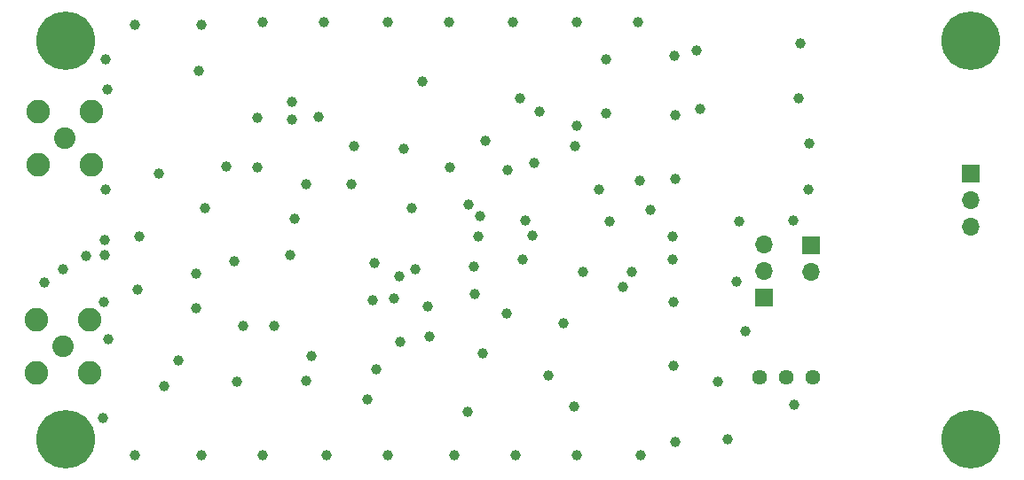
<source format=gbr>
%TF.GenerationSoftware,KiCad,Pcbnew,7.0.5*%
%TF.CreationDate,2023-08-07T14:42:52-07:00*%
%TF.ProjectId,TransimpedianceAmplifierV2,5472616e-7369-46d7-9065-6469616e6365,rev?*%
%TF.SameCoordinates,Original*%
%TF.FileFunction,Soldermask,Bot*%
%TF.FilePolarity,Negative*%
%FSLAX46Y46*%
G04 Gerber Fmt 4.6, Leading zero omitted, Abs format (unit mm)*
G04 Created by KiCad (PCBNEW 7.0.5) date 2023-08-07 14:42:52*
%MOMM*%
%LPD*%
G01*
G04 APERTURE LIST*
%ADD10C,2.050000*%
%ADD11C,2.250000*%
%ADD12C,5.600000*%
%ADD13R,1.700000X1.700000*%
%ADD14O,1.700000X1.700000*%
%ADD15C,1.440000*%
%ADD16C,1.000000*%
G04 APERTURE END LIST*
D10*
%TO.C,J3*%
X98806000Y-92710000D03*
D11*
X96266000Y-90170000D03*
X96266000Y-95250000D03*
X101346000Y-90170000D03*
X101346000Y-95250000D03*
%TD*%
D12*
%TO.C,J2*%
X99060000Y-101600000D03*
%TD*%
D10*
%TO.C,J7*%
X98983800Y-72847200D03*
D11*
X96443800Y-70307200D03*
X96443800Y-75387200D03*
X101523800Y-70307200D03*
X101523800Y-75387200D03*
%TD*%
D12*
%TO.C,J6*%
X185420000Y-101600000D03*
%TD*%
D13*
%TO.C,J8*%
X185420000Y-76200000D03*
D14*
X185420000Y-78740000D03*
X185420000Y-81280000D03*
%TD*%
D12*
%TO.C,J1*%
X99060000Y-63500000D03*
%TD*%
D13*
%TO.C,JP1*%
X165700000Y-88040000D03*
D14*
X165700000Y-85500000D03*
X165700000Y-82960000D03*
%TD*%
D13*
%TO.C,J9*%
X170200000Y-83025000D03*
D14*
X170200000Y-85565000D03*
%TD*%
D12*
%TO.C,J5*%
X185420000Y-63500000D03*
%TD*%
D15*
%TO.C,RV1*%
X165300000Y-95700000D03*
X167840000Y-95700000D03*
X170380000Y-95700000D03*
%TD*%
D16*
X138887200Y-93370400D03*
X130962400Y-92252800D03*
X135636000Y-61722000D03*
X102870000Y-65278000D03*
X115400000Y-96100000D03*
X162200000Y-101600000D03*
X141986000Y-103124000D03*
X102717600Y-88442800D03*
X142700000Y-84400000D03*
X103174800Y-91998800D03*
X117348000Y-75565000D03*
X153670000Y-61722000D03*
X133800000Y-91800000D03*
X112014000Y-61976000D03*
X138430000Y-82169000D03*
X138000000Y-85100000D03*
X122555000Y-93599000D03*
X101041200Y-84074000D03*
X122047000Y-77200000D03*
X98806000Y-85344000D03*
X129794000Y-61722000D03*
X163322000Y-80772000D03*
X151000000Y-80800000D03*
X108500000Y-96500000D03*
X150600000Y-65300000D03*
X97028000Y-86614000D03*
X150000000Y-77700000D03*
X130429000Y-88138000D03*
X108000000Y-76200000D03*
X117856000Y-61722000D03*
X137541000Y-79121000D03*
X147828000Y-61722000D03*
X141732000Y-61722000D03*
X115200000Y-84600000D03*
X157100000Y-94600000D03*
X157175200Y-64897000D03*
X102616000Y-99568000D03*
X102768400Y-83972400D03*
X157226000Y-70612000D03*
X153924000Y-103124000D03*
X106121200Y-82194400D03*
X103022400Y-68122800D03*
X146600000Y-90500000D03*
X105664000Y-103124000D03*
X120500000Y-84000000D03*
X163068000Y-86487000D03*
X123698000Y-61722000D03*
X102870000Y-77724000D03*
X139100000Y-73100000D03*
X119000000Y-90800000D03*
X102819200Y-82550000D03*
X112014000Y-103124000D03*
X169926000Y-77724000D03*
X117348000Y-70866000D03*
X157100000Y-88500000D03*
X132100000Y-79500000D03*
X157226000Y-101854000D03*
X111506000Y-89027000D03*
X128524000Y-84709000D03*
X128350500Y-88300000D03*
X169037000Y-68961000D03*
X132461000Y-85344000D03*
X145161000Y-95504000D03*
X136144000Y-103124000D03*
X168600000Y-98300000D03*
X157226000Y-76708000D03*
X131318000Y-73787000D03*
X141224000Y-75819000D03*
X133100000Y-67400000D03*
X129794000Y-103124000D03*
X147828000Y-71628000D03*
X138100000Y-87700000D03*
X147828000Y-103124000D03*
X137414000Y-99009200D03*
X117856000Y-103124000D03*
X142900000Y-80700000D03*
X116000000Y-90800000D03*
X148400000Y-85600000D03*
X153900000Y-76900000D03*
X141200000Y-89600000D03*
X123952000Y-103124000D03*
X168529000Y-80645000D03*
X161300000Y-96100000D03*
X126600000Y-73600000D03*
X112400000Y-79500000D03*
X163900000Y-91300000D03*
X128676400Y-94894400D03*
X122000000Y-96000000D03*
X157000000Y-82200000D03*
X111800000Y-66400000D03*
X111500000Y-85800000D03*
X105664000Y-61976000D03*
X142400000Y-69000000D03*
X159639000Y-69977000D03*
X105968800Y-87325200D03*
X120650000Y-69342000D03*
X152273000Y-86995000D03*
X159258000Y-64389000D03*
X150600000Y-70400000D03*
X169164000Y-63754000D03*
X135763000Y-75565000D03*
X170053000Y-73279000D03*
X114400000Y-75500000D03*
X138600000Y-80300000D03*
X147700000Y-73576000D03*
X109800000Y-94037500D03*
X127900000Y-97800000D03*
X130900000Y-86000000D03*
X120650500Y-71000000D03*
X147600000Y-98500000D03*
X143812500Y-75187500D03*
X120900000Y-80500000D03*
X133604000Y-88900000D03*
X144300000Y-70300000D03*
X154900000Y-79700000D03*
X143600000Y-82100000D03*
X126300000Y-77200000D03*
X123200000Y-70800000D03*
X153100000Y-85600000D03*
X157000000Y-84400000D03*
M02*

</source>
